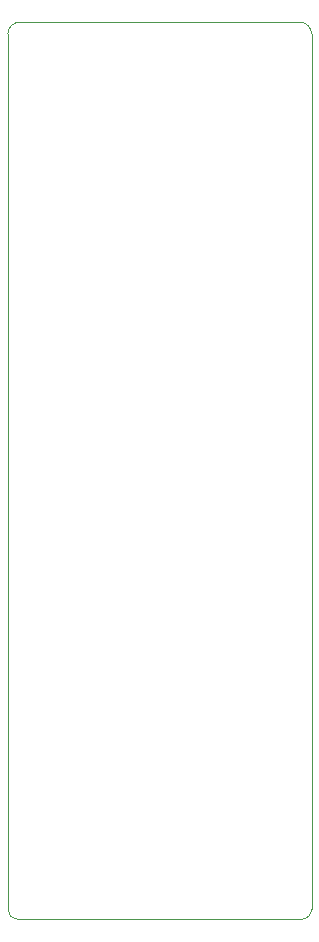
<source format=gbr>
%TF.GenerationSoftware,KiCad,Pcbnew,8.0.9-8.0.9-0~ubuntu24.04.1*%
%TF.CreationDate,2025-06-01T20:42:16+03:00*%
%TF.ProjectId,Telemetry,54656c65-6d65-4747-9279-2e6b69636164,rev?*%
%TF.SameCoordinates,Original*%
%TF.FileFunction,Profile,NP*%
%FSLAX46Y46*%
G04 Gerber Fmt 4.6, Leading zero omitted, Abs format (unit mm)*
G04 Created by KiCad (PCBNEW 8.0.9-8.0.9-0~ubuntu24.04.1) date 2025-06-01 20:42:16*
%MOMM*%
%LPD*%
G01*
G04 APERTURE LIST*
%TA.AperFunction,Profile*%
%ADD10C,0.050000*%
%TD*%
G04 APERTURE END LIST*
D10*
X132777500Y-121507500D02*
X132777500Y-119107500D01*
X132777500Y-129057500D02*
G75*
G02*
X131927500Y-129907500I-850000J0D01*
G01*
X132777500Y-129057500D02*
X132777500Y-124507500D01*
X132777500Y-101707500D02*
X132777500Y-94107500D01*
X132777500Y-65707500D02*
X132777500Y-58307500D01*
X107077500Y-110707500D02*
X107077500Y-114807500D01*
X126177500Y-129907500D02*
X131177500Y-129907500D01*
X132777500Y-119107500D02*
X132777500Y-111357500D01*
X107077500Y-97157500D02*
X107077500Y-100457500D01*
X107077500Y-100457500D02*
X107077500Y-105707500D01*
X108162500Y-53950000D02*
X112862500Y-53950000D01*
X107877500Y-129907500D02*
G75*
G02*
X107077500Y-129107500I0J800000D01*
G01*
X132777500Y-124507500D02*
X132777500Y-121507500D01*
X132777500Y-87957500D02*
X132777500Y-80607500D01*
X107077500Y-124857500D02*
X107077500Y-126407500D01*
X107065731Y-54942500D02*
X107073231Y-58307500D01*
X121977500Y-129907500D02*
X126177500Y-129907500D01*
X131770000Y-53950000D02*
G75*
G02*
X132770000Y-54950000I0J-1000000D01*
G01*
X107077500Y-110207500D02*
X107077500Y-110707500D01*
X107077500Y-93407500D02*
X107077500Y-97157500D01*
X132777500Y-109757500D02*
X132777500Y-101707500D01*
X132777500Y-111357500D02*
X132777500Y-109757500D01*
X107077500Y-90307500D02*
X107077500Y-93407500D01*
X114827500Y-129907500D02*
X117727500Y-129907500D01*
X107077500Y-126407500D02*
X107077500Y-129057500D01*
X112870000Y-53950000D02*
X131770000Y-53950000D01*
X132770000Y-54950000D02*
X132777500Y-58307500D01*
X107073231Y-90307500D02*
X107073231Y-58307500D01*
X132777500Y-94107500D02*
X132777500Y-87957500D01*
X131177500Y-129907500D02*
X131927500Y-129907500D01*
X107065731Y-54942500D02*
G75*
G02*
X108162503Y-53949972I1004269J-7500D01*
G01*
X107077500Y-120157500D02*
X107077500Y-124857500D01*
X107077500Y-129057500D02*
X107077500Y-129107500D01*
X110527500Y-129907500D02*
X114827500Y-129907500D01*
X117727500Y-129907500D02*
X121977500Y-129907500D01*
X107077500Y-105707500D02*
X107077500Y-110207500D01*
X107077500Y-114807500D02*
X107077500Y-119107500D01*
X132777500Y-80607500D02*
X132777500Y-65707500D01*
X107077500Y-119107500D02*
X107077500Y-120157500D01*
X107877500Y-129907500D02*
X110527500Y-129907500D01*
M02*

</source>
